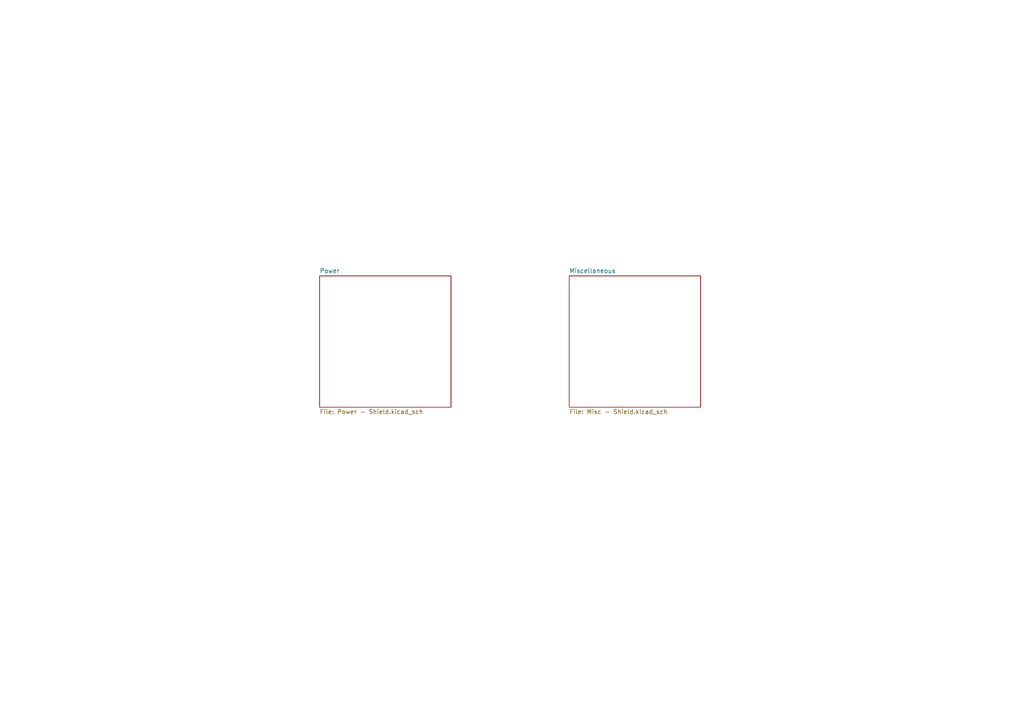
<source format=kicad_sch>
(kicad_sch (version 20211123) (generator eeschema)
  (paper "A4")
  (lib_symbols)
  (sheet (at 165.1 80.01) (size 38.1 38.1)
    (property "Sheet name" "Miscellaneous" (at 165.1 79.2984 0) (effects (justify left bottom)))
    (property "Sheet file" "Misc - Shield.kicad_sch" (at 165.1 118.6946 0) (effects (justify left top)))
  )
  (sheet (at 92.71 80.01) (size 38.1 38.1)
    (property "Sheet name" "Power" (at 92.71 79.2984 0) (effects (justify left bottom)))
    (property "Sheet file" "Power - Shield.kicad_sch" (at 92.71 118.6946 0) (effects (justify left top)))
  )
)
</source>
